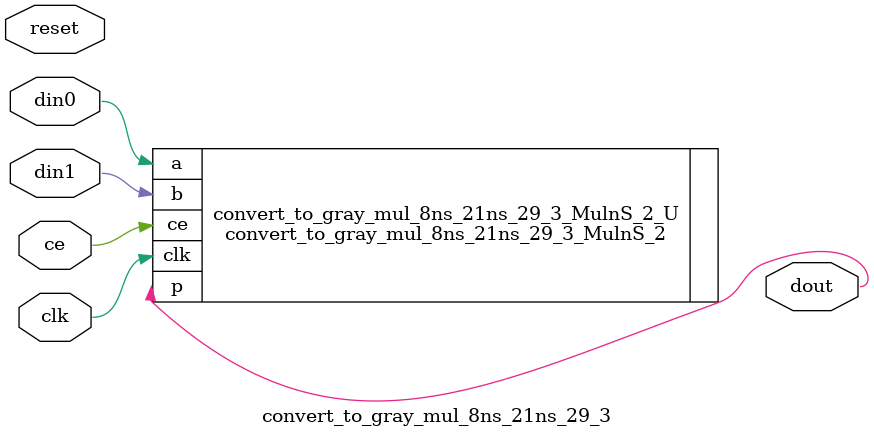
<source format=v>

`timescale 1 ns / 1 ps
module convert_to_gray_mul_8ns_21ns_29_3(
    clk,
    reset,
    ce,
    din0,
    din1,
    dout);

parameter ID = 32'd1;
parameter NUM_STAGE = 32'd1;
parameter din0_WIDTH = 32'd1;
parameter din1_WIDTH = 32'd1;
parameter dout_WIDTH = 32'd1;
input clk;
input reset;
input ce;
input[din0_WIDTH - 1:0] din0;
input[din1_WIDTH - 1:0] din1;
output[dout_WIDTH - 1:0] dout;




convert_to_gray_mul_8ns_21ns_29_3_MulnS_2 convert_to_gray_mul_8ns_21ns_29_3_MulnS_2_U(
    .clk( clk ),
    .ce( ce ),
    .a( din0 ),
    .b( din1 ),
    .p( dout ));

endmodule

</source>
